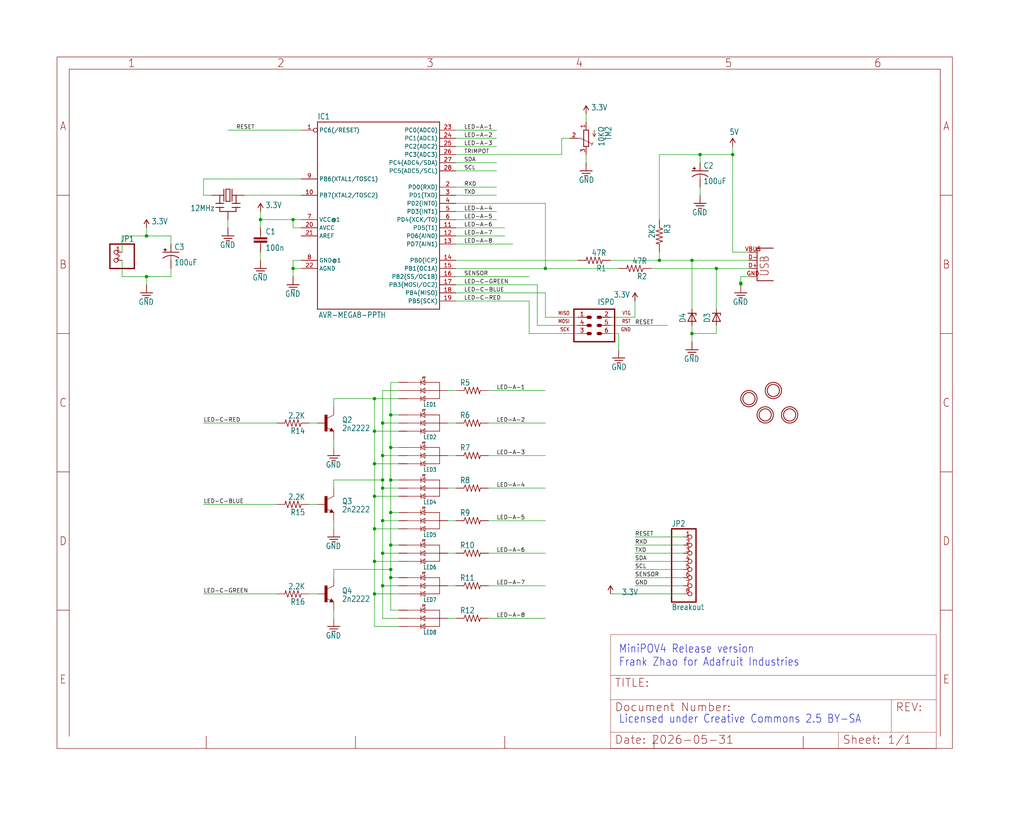
<source format=kicad_sch>
(kicad_sch (version 20230121) (generator eeschema)
  (paper "User" 319.507 254.127)
  (lib_symbols
    (symbol "working-eagle-import:3.3V" (power)
      (property "Value" "3.3V" (at -1.016 3.556 0))
      (symbol "3.3V_1_0"
        (pin power_in line (at 0 0 90) (length 2.54) (name "3.3V") (number "1"))
      )
    )
    (symbol "working-eagle-import:5V" (power)
      (property "Value" "5V" (at -1.016 3.556 0))
      (symbol "5V_1_0"
        (pin power_in line (at 0 0 90) (length 2.54) (name "5V") (number "1"))
      )
    )
    (symbol "working-eagle-import:AVR-ISP-6"
      (property "Reference" "JP" (at -6.35 6.35 0))
      (symbol "AVR-ISP-6_1_0"
        (text "GND" (at -11.43 -1.905 0) (effects (font (size 1.143 0.9715)) (justify left bottom)))
        (text "MISO" (at 7.62 3.175 0) (effects (font (size 1.143 0.9715)) (justify left bottom)))
        (text "MOSI" (at 7.62 0.635 0) (effects (font (size 1.143 0.9715)) (justify left bottom)))
        (text "RST" (at -11.43 0.635 0) (effects (font (size 1.143 0.9715)) (justify left bottom)))
        (text "SCK" (at 7.62 -1.905 0) (effects (font (size 1.143 0.9715)) (justify left bottom)))
        (text "VTG" (at -11.43 3.175 0) (effects (font (size 1.143 0.9715)) (justify left bottom)))
        (pin passive line (at 5.08 2.54 180) (length 2.54) (name "MISO") (number "1"))
        (pin passive line (at -5.08 2.54 0) (length 2.54) (name "VTG") (number "2"))
        (pin passive line (at 5.08 -2.54 180) (length 2.54) (name "SCK") (number "3"))
        (pin passive line (at 5.08 0 180) (length 2.54) (name "MOSI") (number "4"))
        (pin passive line (at -5.08 0 0) (length 2.54) (name "RST") (number "5"))
        (pin passive line (at -5.08 -2.54 0) (length 2.54) (name "GND") (number "6"))
      )
    )
    (symbol "working-eagle-import:AVR-MEGA8-PPTH"
      (property "Reference" "IC" (at -17.78 31.242 0))
      (symbol "AVR-MEGA8-PPTH_1_0"
        (pin bidirectional inverted (at -22.86 27.94 0) (length 5.08) (name "PC6(/RESET)") (number "1"))
        (pin bidirectional line (at -22.86 7.62 0) (length 5.08) (name "PB7(XTAL2/TOSC2)") (number "10"))
        (pin bidirectional line (at 25.4 -2.54 180) (length 5.08) (name "PD5(T1)") (number "11"))
        (pin bidirectional line (at 25.4 -5.08 180) (length 5.08) (name "PD6(AIN0)") (number "12"))
        (pin bidirectional line (at 25.4 -7.62 180) (length 5.08) (name "PD7(AIN1)") (number "13"))
        (pin bidirectional line (at 25.4 -12.7 180) (length 5.08) (name "PB0(ICP)") (number "14"))
        (pin bidirectional line (at 25.4 -15.24 180) (length 5.08) (name "PB1(OC1A)") (number "15"))
        (pin bidirectional line (at 25.4 -17.78 180) (length 5.08) (name "PB2(SS/OC1B)") (number "16"))
        (pin bidirectional line (at 25.4 -20.32 180) (length 5.08) (name "PB3(MOSI/OC2)") (number "17"))
        (pin bidirectional line (at 25.4 -22.86 180) (length 5.08) (name "PB4(MISO)") (number "18"))
        (pin bidirectional line (at 25.4 -25.4 180) (length 5.08) (name "PB5(SCK)") (number "19"))
        (pin bidirectional line (at 25.4 10.16 180) (length 5.08) (name "PD0(RXD)") (number "2"))
        (pin bidirectional line (at -22.86 -2.54 0) (length 5.08) (name "AVCC") (number "20"))
        (pin bidirectional line (at -22.86 -5.08 0) (length 5.08) (name "AREF") (number "21"))
        (pin bidirectional line (at -22.86 -15.24 0) (length 5.08) (name "AGND") (number "22"))
        (pin bidirectional line (at 25.4 27.94 180) (length 5.08) (name "PC0(ADC0)") (number "23"))
        (pin bidirectional line (at 25.4 25.4 180) (length 5.08) (name "PC1(ADC1)") (number "24"))
        (pin bidirectional line (at 25.4 22.86 180) (length 5.08) (name "PC2(ADC2)") (number "25"))
        (pin bidirectional line (at 25.4 20.32 180) (length 5.08) (name "PC3(ADC3)") (number "26"))
        (pin bidirectional line (at 25.4 17.78 180) (length 5.08) (name "PC4(ADC4/SDA)") (number "27"))
        (pin bidirectional line (at 25.4 15.24 180) (length 5.08) (name "PC5(ADC5/SCL)") (number "28"))
        (pin bidirectional line (at 25.4 7.62 180) (length 5.08) (name "PD1(TXD)") (number "3"))
        (pin bidirectional line (at 25.4 5.08 180) (length 5.08) (name "PD2(INT0)") (number "4"))
        (pin bidirectional line (at 25.4 2.54 180) (length 5.08) (name "PD3(INT1)") (number "5"))
        (pin bidirectional line (at 25.4 0 180) (length 5.08) (name "PD4(XCK/T0)") (number "6"))
        (pin bidirectional line (at -22.86 0 0) (length 5.08) (name "VCC@1") (number "7"))
        (pin bidirectional line (at -22.86 -12.7 0) (length 5.08) (name "GND@1") (number "8"))
        (pin bidirectional line (at -22.86 12.7 0) (length 5.08) (name "PB6(XTAL1/TOSC1)") (number "9"))
      )
    )
    (symbol "working-eagle-import:CAPPTH2"
      (property "Reference" "C" (at 1.524 2.921 0))
      (symbol "CAPPTH2_1_0"
        (pin passive line (at 0 5.08 270) (length 2.54) (name "1") (number "1"))
        (pin passive line (at 0 -2.54 90) (length 2.54) (name "2") (number "2"))
      )
    )
    (symbol "working-eagle-import:CERMOSCILL"
      (symbol "CERMOSCILL_1_0"
        (pin bidirectional line (at -5.08 5.08 0) (length 2.54) (name "IN") (number "1"))
        (pin bidirectional line (at 5.08 5.08 180) (length 2.54) (name "OUT") (number "2"))
        (pin bidirectional line (at 0 -2.54 90) (length 2.54) (name "GND") (number "G"))
      )
    )
    (symbol "working-eagle-import:CPOL-USE2.5-6"
      (property "Reference" "C" (at 1.016 0.635 0))
      (symbol "CPOL-USE2.5-6_1_0"
        (pin passive line (at 0 2.54 270) (length 2.54) (name "+") (number "+"))
        (pin passive line (at 0 -5.08 90) (length 2.54) (name "-") (number "-"))
      )
    )
    (symbol "working-eagle-import:FRAME_A_L"
      (symbol "FRAME_A_L_1_0"
        (text "1" (at 23.2833 213.995 0) (effects (font (size 2.54 2.286))))
        (text "2" (at 69.85 213.995 0) (effects (font (size 2.54 2.286))))
        (text "3" (at 116.4167 213.995 0) (effects (font (size 2.54 2.286))))
        (text "4" (at 162.9833 213.995 0) (effects (font (size 2.54 2.286))))
        (text "5" (at 209.55 213.995 0) (effects (font (size 2.54 2.286))))
        (text "6" (at 256.1167 213.995 0) (effects (font (size 2.54 2.286))))
        (text "A" (at 1.905 194.31 0) (effects (font (size 2.54 2.286))))
        (text "A" (at 277.495 194.31 0) (effects (font (size 2.54 2.286))))
        (text "B" (at 1.905 151.13 0) (effects (font (size 2.54 2.286))))
        (text "B" (at 277.495 151.13 0) (effects (font (size 2.54 2.286))))
        (text "C" (at 1.905 107.95 0) (effects (font (size 2.54 2.286))))
        (text "C" (at 277.495 107.95 0) (effects (font (size 2.54 2.286))))
        (text "D" (at 1.905 64.77 0) (effects (font (size 2.54 2.286))))
        (text "D" (at 277.495 64.77 0) (effects (font (size 2.54 2.286))))
        (text "E" (at 1.905 21.59 0) (effects (font (size 2.54 2.286))))
        (text "E" (at 277.495 21.59 0) (effects (font (size 2.54 2.286))))
      )
      (symbol "FRAME_A_L_2_0"
        (text "${#}/${##}" (at 86.36 1.27 0) (effects (font (size 2.54 2.54)) (justify left bottom)))
        (text "${CURRENT_DATE}" (at 12.7 1.27 0) (effects (font (size 2.54 2.54)) (justify left bottom)))
        (text "${PROJECTNAME}" (at 17.78 19.05 0) (effects (font (size 2.54 2.54)) (justify left bottom)))
        (text "Date:" (at 1.27 1.27 0) (effects (font (size 2.54 2.54)) (justify left bottom)))
        (text "Document Number:" (at 1.27 11.43 0) (effects (font (size 2.54 2.54)) (justify left bottom)))
        (text "REV:" (at 88.9 11.43 0) (effects (font (size 2.54 2.54)) (justify left bottom)))
        (text "Sheet:" (at 72.39 1.27 0) (effects (font (size 2.54 2.54)) (justify left bottom)))
        (text "TITLE:" (at 1.27 19.05 0) (effects (font (size 2.54 2.54)) (justify left bottom)))
      )
    )
    (symbol "working-eagle-import:GND" (power)
      (property "Value" "GND" (at -2.54 -3.81 0))
      (symbol "GND_1_0"
        (pin power_in line (at 0 2.54 270) (length 2.54) (name "GND") (number "1"))
      )
    )
    (symbol "working-eagle-import:HEADER-1X2"
      (property "Reference" "JP" (at -6.35 5.715 0))
      (symbol "HEADER-1X2_1_0"
        (pin passive inverted (at -2.54 2.54 0) (length 2.54) (name "1") (number "1"))
        (pin passive inverted (at -2.54 0 0) (length 2.54) (name "2") (number "2"))
      )
    )
    (symbol "working-eagle-import:LED-RGB-CA-PIRANHA"
      (property "Reference" "LED" (at 0 -5.08 0))
      (symbol "LED-RGB-CA-PIRANHA_1_0"
        (text "B" (at -0.127 -2.7178 0) (effects (font (size 0.381 0.3238)) (justify left bottom)))
        (text "G" (at -0.127 -0.1778 0) (effects (font (size 0.381 0.3238)) (justify left bottom)))
        (text "R" (at -0.1016 2.3622 0) (effects (font (size 0.381 0.3238)) (justify left bottom)))
        (pin bidirectional line (at -7.62 -2.54 0) (length 2.54) (name "B") (number "1"))
        (pin bidirectional line (at -7.62 2.54 0) (length 2.54) (name "R") (number "2"))
        (pin bidirectional line (at -7.62 0 0) (length 2.54) (name "G") (number "3"))
        (pin bidirectional line (at 7.62 0 180) (length 2.54) (name "C") (number "4"))
      )
    )
    (symbol "working-eagle-import:MOUNTINGHOLE2.5_THICK")
    (symbol "working-eagle-import:PINHD-1X8BIG"
      (property "Reference" "JP" (at -6.35 10.795 0))
      (symbol "PINHD-1X8BIG_1_0"
        (pin passive inverted (at -2.54 7.62 0) (length 2.54) (name "1") (number "1"))
        (pin passive inverted (at -2.54 5.08 0) (length 2.54) (name "2") (number "2"))
        (pin passive inverted (at -2.54 2.54 0) (length 2.54) (name "3") (number "3"))
        (pin passive inverted (at -2.54 0 0) (length 2.54) (name "4") (number "4"))
        (pin passive inverted (at -2.54 -2.54 0) (length 2.54) (name "5") (number "5"))
        (pin passive inverted (at -2.54 -5.08 0) (length 2.54) (name "6") (number "6"))
        (pin passive inverted (at -2.54 -7.62 0) (length 2.54) (name "7") (number "7"))
        (pin passive inverted (at -2.54 -10.16 0) (length 2.54) (name "8") (number "8"))
      )
    )
    (symbol "working-eagle-import:R-US_0207/9"
      (property "Reference" "R" (at -3.81 1.4986 0))
      (symbol "R-US_0207/9_1_0"
        (pin passive line (at -5.08 0 0) (length 2.54) (name "1") (number "1"))
        (pin passive line (at 5.08 0 180) (length 2.54) (name "2") (number "2"))
      )
    )
    (symbol "working-eagle-import:TRANSISTOR_NPNTO92"
      (property "Reference" "Q" (at 5.08 0 0))
      (symbol "TRANSISTOR_NPNTO92_1_0"
        (pin passive line (at 2.54 -5.08 90) (length 2.54) (name "E") (number "1"))
        (pin passive line (at -2.54 0 0) (length 2.54) (name "B") (number "2"))
        (pin passive line (at 2.54 5.08 270) (length 2.54) (name "C") (number "3"))
      )
    )
    (symbol "working-eagle-import:TRIMPOT3386"
      (property "Reference" "TM" (at -5.969 -3.81 90))
      (symbol "TRIMPOT3386_1_0"
        (pin passive line (at 0 -5.08 90) (length 2.54) (name "A") (number "1"))
        (pin passive line (at 5.08 0 180) (length 2.54) (name "S") (number "2"))
        (pin passive line (at 0 5.08 270) (length 2.54) (name "E") (number "3"))
      )
    )
    (symbol "working-eagle-import:USBPTH"
      (symbol "USBPTH_1_0"
        (text "USB" (at 3.81 0 900) (effects (font (size 2.54 2.159)) (justify left bottom)))
        (pin bidirectional line (at -2.54 2.54 0) (length 2.54) (name "D+") (number "D+"))
        (pin bidirectional line (at -2.54 5.08 0) (length 2.54) (name "D-") (number "D-"))
        (pin bidirectional line (at -2.54 0 0) (length 2.54) (name "GND") (number "GND"))
        (pin bidirectional line (at -2.54 7.62 0) (length 2.54) (name "VBUS") (number "VBUS"))
      )
      (symbol "USBPTH_2_0"
        (pin bidirectional line (at 0 0 0) (length 0) (name "P$1") (number "S1"))
      )
      (symbol "USBPTH_3_0"
        (pin bidirectional line (at 0 0 0) (length 0) (name "P$1") (number "S2"))
      )
    )
    (symbol "working-eagle-import:ZENER-DIODEDO34-7"
      (property "Reference" "D" (at -1.778 1.905 0))
      (symbol "ZENER-DIODEDO34-7_1_0"
        (pin passive line (at -2.54 0 0) (length 2.54) (name "A") (number "A"))
        (pin passive line (at 2.54 0 180) (length 2.54) (name "C") (number "C"))
      )
    )
  )
  (junction (at 119.38 142.24))
  (junction (at 231.14 88.646))
  (junction (at 81.28 68.58))
  (junction (at 121.92 170.18))
  (junction (at 121.92 160.02))
  (junction (at 119.38 162.56))
  (junction (at 121.92 129.54))
  (junction (at 91.44 83.82))
  (junction (at 231.14 88.392))
  (junction (at 116.84 124.46))
  (junction (at 119.38 182.88))
  (junction (at 205.74 81.28))
  (junction (at 119.38 132.08))
  (junction (at 215.9 81.28))
  (junction (at 116.84 134.62))
  (junction (at 119.38 152.4))
  (junction (at 121.92 177.8))
  (junction (at 45.72 86.36))
  (junction (at 116.84 144.78))
  (junction (at 121.92 139.7))
  (junction (at 45.72 73.66))
  (junction (at 116.84 185.42))
  (junction (at 116.84 165.1))
  (junction (at 218.44 48.26))
  (junction (at 119.38 149.86))
  (junction (at 121.92 180.34))
  (junction (at 116.84 175.26))
  (junction (at 119.38 172.72))
  (junction (at 121.92 149.86))
  (junction (at 228.6 48.26))
  (junction (at 223.52 83.82))
  (junction (at 116.84 154.94))
  (junction (at 91.44 68.58))
  (junction (at 215.9 104.14))
  (junction (at 170.18 83.82))
  (wire (pts (xy 213.36 185.42) (xy 190.5 185.42)) (stroke (width 0.1524)))
  (wire (pts (xy 104.14 177.8) (xy 121.92 177.8)) (stroke (width 0.1524)))
  (wire (pts (xy 45.72 88.9) (xy 45.72 86.36)) (stroke (width 0.1524)))
  (wire (pts (xy 119.38 172.72) (xy 119.38 162.56)) (stroke (width 0.1524)))
  (wire (pts (xy 124.46 172.72) (xy 119.38 172.72)) (stroke (width 0.1524)))
  (wire (pts (xy 218.44 50.8) (xy 218.44 48.26)) (stroke (width 0.1524)))
  (wire (pts (xy 124.46 149.86) (xy 121.92 149.86)) (stroke (width 0.1524)))
  (wire (pts (xy 45.72 71.12) (xy 45.72 73.66)) (stroke (width 0.1524)))
  (wire (pts (xy 152.4 172.72) (xy 170.18 172.72)) (stroke (width 0.1524)))
  (wire (pts (xy 205.74 81.28) (xy 190.5 81.28)) (stroke (width 0.1524)))
  (wire (pts (xy 124.46 142.24) (xy 119.38 142.24)) (stroke (width 0.1524)))
  (wire (pts (xy 142.24 58.42) (xy 154.94 58.42)) (stroke (width 0.1524)))
  (wire (pts (xy 96.52 157.48) (xy 99.06 157.48)) (stroke (width 0.1524)))
  (wire (pts (xy 152.4 162.56) (xy 170.18 162.56)) (stroke (width 0.1524)))
  (wire (pts (xy 124.46 154.94) (xy 116.84 154.94)) (stroke (width 0.1524)))
  (wire (pts (xy 228.6 48.26) (xy 228.6 45.72)) (stroke (width 0.1524)))
  (wire (pts (xy 119.38 152.4) (xy 119.38 149.86)) (stroke (width 0.1524)))
  (wire (pts (xy 190.5 101.6) (xy 208.28 101.6)) (stroke (width 0.1524)))
  (wire (pts (xy 142.24 63.5) (xy 170.18 63.5)) (stroke (width 0.1524)))
  (wire (pts (xy 142.24 91.44) (xy 170.18 91.44)) (stroke (width 0.1524)))
  (wire (pts (xy 124.46 152.4) (xy 119.38 152.4)) (stroke (width 0.1524)))
  (wire (pts (xy 190.5 104.14) (xy 193.04 104.14)) (stroke (width 0.1524)))
  (wire (pts (xy 142.24 76.2) (xy 160.02 76.2)) (stroke (width 0.1524)))
  (wire (pts (xy 116.84 175.26) (xy 116.84 165.1)) (stroke (width 0.1524)))
  (wire (pts (xy 86.36 157.48) (xy 63.5 157.48)) (stroke (width 0.1524)))
  (wire (pts (xy 231.14 88.392) (xy 231.14 88.646)) (stroke (width 0.1524)))
  (wire (pts (xy 86.36 185.42) (xy 63.5 185.42)) (stroke (width 0.1524)))
  (wire (pts (xy 213.36 172.72) (xy 198.12 172.72)) (stroke (width 0.1524)))
  (wire (pts (xy 223.52 104.14) (xy 215.9 104.14)) (stroke (width 0.1524)))
  (wire (pts (xy 205.74 78.74) (xy 205.74 81.28)) (stroke (width 0.1524)))
  (wire (pts (xy 231.14 86.36) (xy 231.14 88.392)) (stroke (width 0.1524)))
  (wire (pts (xy 193.04 104.14) (xy 193.04 109.22)) (stroke (width 0.1524)))
  (wire (pts (xy 121.92 139.7) (xy 121.92 129.54)) (stroke (width 0.1524)))
  (wire (pts (xy 121.92 149.86) (xy 121.92 139.7)) (stroke (width 0.1524)))
  (wire (pts (xy 124.46 170.18) (xy 121.92 170.18)) (stroke (width 0.1524)))
  (wire (pts (xy 93.98 55.88) (xy 63.5 55.88)) (stroke (width 0.1524)))
  (wire (pts (xy 142.24 48.26) (xy 175.26 48.26)) (stroke (width 0.1524)))
  (wire (pts (xy 228.6 78.74) (xy 228.6 48.26)) (stroke (width 0.1524)))
  (wire (pts (xy 205.74 68.58) (xy 205.74 48.26)) (stroke (width 0.1524)))
  (wire (pts (xy 142.24 68.58) (xy 154.94 68.58)) (stroke (width 0.1524)))
  (wire (pts (xy 213.36 170.18) (xy 198.12 170.18)) (stroke (width 0.1524)))
  (wire (pts (xy 124.46 175.26) (xy 116.84 175.26)) (stroke (width 0.1524)))
  (wire (pts (xy 38.1 86.36) (xy 45.72 86.36)) (stroke (width 0.1524)))
  (wire (pts (xy 91.44 71.12) (xy 91.44 68.58)) (stroke (width 0.1524)))
  (wire (pts (xy 121.92 170.18) (xy 121.92 160.02)) (stroke (width 0.1524)))
  (wire (pts (xy 121.92 160.02) (xy 121.92 149.86)) (stroke (width 0.1524)))
  (wire (pts (xy 231.14 88.646) (xy 231.14 88.9)) (stroke (width 0.1524)))
  (wire (pts (xy 223.52 96.52) (xy 223.52 83.82)) (stroke (width 0.1524)))
  (wire (pts (xy 124.46 182.88) (xy 119.38 182.88)) (stroke (width 0.1524)))
  (wire (pts (xy 152.4 132.08) (xy 170.18 132.08)) (stroke (width 0.1524)))
  (wire (pts (xy 142.24 73.66) (xy 157.48 73.66)) (stroke (width 0.1524)))
  (wire (pts (xy 91.44 83.82) (xy 91.44 86.36)) (stroke (width 0.1524)))
  (wire (pts (xy 81.28 68.58) (xy 81.28 66.04)) (stroke (width 0.1524)))
  (wire (pts (xy 233.68 83.82) (xy 223.52 83.82)) (stroke (width 0.1524)))
  (wire (pts (xy 142.24 50.8) (xy 154.94 50.8)) (stroke (width 0.1524)))
  (wire (pts (xy 142.24 66.04) (xy 154.94 66.04)) (stroke (width 0.1524)))
  (wire (pts (xy 91.44 81.28) (xy 91.44 83.82)) (stroke (width 0.1524)))
  (wire (pts (xy 139.7 172.72) (xy 142.24 172.72)) (stroke (width 0.1524)))
  (wire (pts (xy 139.7 193.04) (xy 142.24 193.04)) (stroke (width 0.1524)))
  (wire (pts (xy 198.12 99.06) (xy 198.12 93.98)) (stroke (width 0.1524)))
  (wire (pts (xy 124.46 193.04) (xy 119.38 193.04)) (stroke (width 0.1524)))
  (wire (pts (xy 93.98 68.58) (xy 91.44 68.58)) (stroke (width 0.1524)))
  (wire (pts (xy 124.46 121.92) (xy 119.38 121.92)) (stroke (width 0.1524)))
  (wire (pts (xy 121.92 177.8) (xy 121.92 170.18)) (stroke (width 0.1524)))
  (wire (pts (xy 124.46 132.08) (xy 119.38 132.08)) (stroke (width 0.1524)))
  (wire (pts (xy 170.18 99.06) (xy 170.18 91.44)) (stroke (width 0.1524)))
  (wire (pts (xy 124.46 129.54) (xy 121.92 129.54)) (stroke (width 0.1524)))
  (wire (pts (xy 215.9 104.14) (xy 215.9 106.68)) (stroke (width 0.1524)))
  (wire (pts (xy 142.24 40.64) (xy 154.94 40.64)) (stroke (width 0.1524)))
  (wire (pts (xy 104.14 180.34) (xy 104.14 177.8)) (stroke (width 0.1524)))
  (wire (pts (xy 104.14 124.46) (xy 116.84 124.46)) (stroke (width 0.1524)))
  (wire (pts (xy 104.14 152.4) (xy 104.14 149.86)) (stroke (width 0.1524)))
  (wire (pts (xy 198.12 180.34) (xy 213.36 180.34)) (stroke (width 0.1524)))
  (wire (pts (xy 142.24 53.34) (xy 154.94 53.34)) (stroke (width 0.1524)))
  (wire (pts (xy 38.1 81.28) (xy 38.1 86.36)) (stroke (width 0.1524)))
  (wire (pts (xy 165.1 104.14) (xy 165.1 93.98)) (stroke (width 0.1524)))
  (wire (pts (xy 180.34 101.6) (xy 167.64 101.6)) (stroke (width 0.1524)))
  (wire (pts (xy 124.46 139.7) (xy 121.92 139.7)) (stroke (width 0.1524)))
  (wire (pts (xy 213.36 167.64) (xy 198.12 167.64)) (stroke (width 0.1524)))
  (wire (pts (xy 233.68 81.28) (xy 215.9 81.28)) (stroke (width 0.1524)))
  (wire (pts (xy 45.72 86.36) (xy 53.34 86.36)) (stroke (width 0.1524)))
  (wire (pts (xy 142.24 43.18) (xy 154.94 43.18)) (stroke (width 0.1524)))
  (wire (pts (xy 116.84 134.62) (xy 116.84 124.46)) (stroke (width 0.1524)))
  (wire (pts (xy 96.52 185.42) (xy 99.06 185.42)) (stroke (width 0.1524)))
  (wire (pts (xy 124.46 195.58) (xy 116.84 195.58)) (stroke (width 0.1524)))
  (wire (pts (xy 170.18 63.5) (xy 170.18 83.82)) (stroke (width 0.1524)))
  (wire (pts (xy 152.4 142.24) (xy 170.18 142.24)) (stroke (width 0.1524)))
  (wire (pts (xy 142.24 45.72) (xy 154.94 45.72)) (stroke (width 0.1524)))
  (wire (pts (xy 142.24 86.36) (xy 165.1 86.36)) (stroke (width 0.1524)))
  (wire (pts (xy 124.46 144.78) (xy 116.84 144.78)) (stroke (width 0.1524)))
  (wire (pts (xy 76.2 60.96) (xy 93.98 60.96)) (stroke (width 0.1524)))
  (wire (pts (xy 121.92 180.34) (xy 121.92 177.8)) (stroke (width 0.1524)))
  (wire (pts (xy 152.4 182.88) (xy 170.18 182.88)) (stroke (width 0.1524)))
  (wire (pts (xy 139.7 121.92) (xy 142.24 121.92)) (stroke (width 0.1524)))
  (wire (pts (xy 93.98 71.12) (xy 91.44 71.12)) (stroke (width 0.1524)))
  (wire (pts (xy 175.26 43.18) (xy 177.8 43.18)) (stroke (width 0.1524)))
  (wire (pts (xy 170.18 83.82) (xy 193.04 83.82)) (stroke (width 0.1524)))
  (wire (pts (xy 139.7 132.08) (xy 142.24 132.08)) (stroke (width 0.1524)))
  (wire (pts (xy 139.7 162.56) (xy 142.24 162.56)) (stroke (width 0.1524)))
  (wire (pts (xy 218.44 60.96) (xy 218.44 58.42)) (stroke (width 0.1524)))
  (wire (pts (xy 215.9 101.6) (xy 215.9 104.14)) (stroke (width 0.1524)))
  (wire (pts (xy 124.46 162.56) (xy 119.38 162.56)) (stroke (width 0.1524)))
  (wire (pts (xy 205.74 48.26) (xy 218.44 48.26)) (stroke (width 0.1524)))
  (wire (pts (xy 213.36 177.8) (xy 198.12 177.8)) (stroke (width 0.1524)))
  (wire (pts (xy 38.1 73.66) (xy 38.1 78.74)) (stroke (width 0.1524)))
  (wire (pts (xy 215.9 81.28) (xy 205.74 81.28)) (stroke (width 0.1524)))
  (wire (pts (xy 215.9 96.52) (xy 215.9 81.28)) (stroke (width 0.1524)))
  (wire (pts (xy 139.7 182.88) (xy 142.24 182.88)) (stroke (width 0.1524)))
  (wire (pts (xy 124.46 180.34) (xy 121.92 180.34)) (stroke (width 0.1524)))
  (wire (pts (xy 180.34 99.06) (xy 170.18 99.06)) (stroke (width 0.1524)))
  (wire (pts (xy 116.84 195.58) (xy 116.84 185.42)) (stroke (width 0.1524)))
  (wire (pts (xy 119.38 193.04) (xy 119.38 182.88)) (stroke (width 0.1524)))
  (wire (pts (xy 71.12 71.12) (xy 71.12 68.58)) (stroke (width 0.1524)))
  (wire (pts (xy 81.28 81.28) (xy 81.28 78.74)) (stroke (width 0.1524)))
  (wire (pts (xy 182.88 38.1) (xy 182.88 35.56)) (stroke (width 0.1524)))
  (wire (pts (xy 116.84 165.1) (xy 116.84 154.94)) (stroke (width 0.1524)))
  (wire (pts (xy 119.38 142.24) (xy 119.38 132.08)) (stroke (width 0.1524)))
  (wire (pts (xy 96.52 132.08) (xy 99.06 132.08)) (stroke (width 0.1524)))
  (wire (pts (xy 119.38 182.88) (xy 119.38 172.72)) (stroke (width 0.1524)))
  (wire (pts (xy 124.46 160.02) (xy 121.92 160.02)) (stroke (width 0.1524)))
  (wire (pts (xy 91.44 68.58) (xy 81.28 68.58)) (stroke (width 0.1524)))
  (wire (pts (xy 142.24 60.96) (xy 154.94 60.96)) (stroke (width 0.1524)))
  (wire (pts (xy 86.36 132.08) (xy 63.5 132.08)) (stroke (width 0.1524)))
  (wire (pts (xy 124.46 165.1) (xy 116.84 165.1)) (stroke (width 0.1524)))
  (wire (pts (xy 142.24 88.9) (xy 167.64 88.9)) (stroke (width 0.1524)))
  (wire (pts (xy 93.98 83.82) (xy 91.44 83.82)) (stroke (width 0.1524)))
  (wire (pts (xy 38.1 73.66) (xy 45.72 73.66)) (stroke (width 0.1524)))
  (wire (pts (xy 218.44 48.26) (xy 228.6 48.26)) (stroke (width 0.1524)))
  (wire (pts (xy 223.52 101.6) (xy 223.52 104.14)) (stroke (width 0.1524)))
  (wire (pts (xy 124.46 185.42) (xy 116.84 185.42)) (stroke (width 0.1524)))
  (wire (pts (xy 233.68 78.74) (xy 228.6 78.74)) (stroke (width 0.1524)))
  (wire (pts (xy 53.34 86.36) (xy 53.34 83.82)) (stroke (width 0.1524)))
  (wire (pts (xy 180.34 81.28) (xy 142.24 81.28)) (stroke (width 0.1524)))
  (wire (pts (xy 104.14 149.86) (xy 119.38 149.86)) (stroke (width 0.1524)))
  (wire (pts (xy 142.24 93.98) (xy 165.1 93.98)) (stroke (width 0.1524)))
  (wire (pts (xy 63.5 60.96) (xy 66.04 60.96)) (stroke (width 0.1524)))
  (wire (pts (xy 213.36 182.88) (xy 198.12 182.88)) (stroke (width 0.1524)))
  (wire (pts (xy 116.84 185.42) (xy 116.84 175.26)) (stroke (width 0.1524)))
  (wire (pts (xy 53.34 73.66) (xy 53.34 76.2)) (stroke (width 0.1524)))
  (wire (pts (xy 63.5 55.88) (xy 63.5 60.96)) (stroke (width 0.1524)))
  (wire (pts (xy 152.4 193.04) (xy 170.18 193.04)) (stroke (width 0.1524)))
  (wire (pts (xy 124.46 124.46) (xy 116.84 124.46)) (stroke (width 0.1524)))
  (wire (pts (xy 93.98 81.28) (xy 91.44 81.28)) (stroke (width 0.1524)))
  (wire (pts (xy 124.46 119.38) (xy 121.92 119.38)) (stroke (width 0.1524)))
  (wire (pts (xy 121.92 129.54) (xy 121.92 119.38)) (stroke (width 0.1524)))
  (wire (pts (xy 45.72 73.66) (xy 53.34 73.66)) (stroke (width 0.1524)))
  (wire (pts (xy 175.26 48.26) (xy 175.26 43.18)) (stroke (width 0.1524)))
  (wire (pts (xy 104.14 127) (xy 104.14 124.46)) (stroke (width 0.1524)))
  (wire (pts (xy 124.46 190.5) (xy 121.92 190.5)) (stroke (width 0.1524)))
  (wire (pts (xy 104.14 190.5) (xy 104.14 193.04)) (stroke (width 0.1524)))
  (wire (pts (xy 119.38 149.86) (xy 119.38 142.24)) (stroke (width 0.1524)))
  (wire (pts (xy 152.4 121.92) (xy 170.18 121.92)) (stroke (width 0.1524)))
  (wire (pts (xy 167.64 101.6) (xy 167.64 88.9)) (stroke (width 0.1524)))
  (wire (pts (xy 203.2 83.82) (xy 223.52 83.82)) (stroke (width 0.1524)))
  (wire (pts (xy 116.84 154.94) (xy 116.84 144.78)) (stroke (width 0.1524)))
  (wire (pts (xy 139.7 152.4) (xy 142.24 152.4)) (stroke (width 0.1524)))
  (wire (pts (xy 139.7 142.24) (xy 142.24 142.24)) (stroke (width 0.1524)))
  (wire (pts (xy 233.68 86.36) (xy 231.14 86.36)) (stroke (width 0.1524)))
  (wire (pts (xy 170.18 83.82) (xy 142.24 83.82)) (stroke (width 0.1524)))
  (wire (pts (xy 119.38 132.08) (xy 119.38 121.92)) (stroke (width 0.1524)))
  (wire (pts (xy 121.92 190.5) (xy 121.92 180.34)) (stroke (width 0.1524)))
  (wire (pts (xy 104.14 162.56) (xy 104.14 165.1)) (stroke (width 0.1524)))
  (wire (pts (xy 152.4 152.4) (xy 170.18 152.4)) (stroke (width 0.1524)))
  (wire (pts (xy 180.34 104.14) (xy 165.1 104.14)) (stroke (width 0.1524)))
  (wire (pts (xy 198.12 175.26) (xy 213.36 175.26)) (stroke (width 0.1524)))
  (wire (pts (xy 119.38 162.56) (xy 119.38 152.4)) (stroke (width 0.1524)))
  (wire (pts (xy 142.24 71.12) (xy 157.48 71.12)) (stroke (width 0.1524)))
  (wire (pts (xy 104.14 137.16) (xy 104.14 139.7)) (stroke (width 0.1524)))
  (wire (pts (xy 190.5 99.06) (xy 198.12 99.06)) (stroke (width 0.1524)))
  (wire (pts (xy 93.98 40.64) (xy 71.12 40.64)) (stroke (width 0.1524)))
  (wire (pts (xy 116.84 144.78) (xy 116.84 134.62)) (stroke (width 0.1524)))
  (wire (pts (xy 81.28 68.58) (xy 81.28 71.12)) (stroke (width 0.1524)))
  (wire (pts (xy 124.46 134.62) (xy 116.84 134.62)) (stroke (width 0.1524)))
  (wire (pts (xy 182.88 48.26) (xy 182.88 50.8)) (stroke (width 0.1524)))
  (text "MiniPOV4 Release version\nFrank Zhao for Adafruit Industries" (at 193.04 208.28 0) (effects (font (size 2.54 2.159)) (justify left bottom)))
  (text "Licensed under Creative Commons 2.5 BY-SA" (at 193.04 226.06 0) (effects (font (size 2.54 2.159)) (justify left bottom)))
  (label "LED-A-8" (at 154.94 193.04 0) (effects (font (size 1.2446 1.2446))))
  (label "TRIMPOT" (at 144.78 48.26 0) (effects (font (size 1.2446 1.2446))))
  (label "LED-A-5" (at 144.78 68.58 0) (effects (font (size 1.2446 1.2446))))
  (label "SCL" (at 198.12 177.8 0) (effects (font (size 1.2446 1.2446))))
  (label "LED-A-1" (at 154.94 121.92 0) (effects (font (size 1.2446 1.2446))))
  (label "SCL" (at 144.78 53.34 0) (effects (font (size 1.2446 1.2446))))
  (label "LED-C-RED" (at 144.78 93.98 0) (effects (font (size 1.2446 1.2446))))
  (label "RXD" (at 198.12 170.18 0) (effects (font (size 1.2446 1.2446))))
  (label "LED-A-6" (at 154.94 172.72 0) (effects (font (size 1.2446 1.2446))))
  (label "SDA" (at 144.78 50.8 0) (effects (font (size 1.2446 1.2446))))
  (label "LED-A-5" (at 154.94 162.56 0) (effects (font (size 1.2446 1.2446))))
  (label "SDA" (at 198.12 175.26 0) (effects (font (size 1.2446 1.2446))))
  (label "LED-C-BLUE" (at 63.5 157.48 0) (effects (font (size 1.2446 1.2446))))
  (label "LED-A-6" (at 144.78 71.12 0) (effects (font (size 1.2446 1.2446))))
  (label "LED-C-BLUE" (at 144.78 91.44 0) (effects (font (size 1.2446 1.2446))))
  (label "LED-A-3" (at 144.78 45.72 0) (effects (font (size 1.2446 1.2446))))
  (label "LED-A-3" (at 154.94 142.24 0) (effects (font (size 1.2446 1.2446))))
  (label "LED-A-1" (at 144.78 40.64 0) (effects (font (size 1.2446 1.2446))))
  (label "SENSOR" (at 144.78 86.36 0) (effects (font (size 1.2446 1.2446))))
  (label "LED-C-GREEN" (at 63.5 185.42 0) (effects (font (size 1.2446 1.2446))))
  (label "SENSOR" (at 198.12 180.34 0) (effects (font (size 1.2446 1.2446))))
  (label "GND" (at 198.12 182.88 0) (effects (font (size 1.2446 1.2446))))
  (label "LED-C-RED" (at 63.5 132.08 0) (effects (font (size 1.2446 1.2446))))
  (label "RESET" (at 73.66 40.64 0) (effects (font (size 1.2446 1.2446))))
  (label "LED-C-GREEN" (at 144.78 88.9 0) (effects (font (size 1.2446 1.2446))))
  (label "RESET" (at 198.12 101.6 0) (effects (font (size 1.2446 1.2446))))
  (label "TXD" (at 198.12 172.72 0) (effects (font (size 1.2446 1.2446))))
  (label "LED-A-7" (at 154.94 182.88 0) (effects (font (size 1.2446 1.2446))))
  (label "LED-A-8" (at 144.78 76.2 0) (effects (font (size 1.2446 1.2446))))
  (label "LED-A-2" (at 144.78 43.18 0) (effects (font (size 1.2446 1.2446))))
  (label "LED-A-2" (at 154.94 132.08 0) (effects (font (size 1.2446 1.2446))))
  (label "TXD" (at 144.78 60.96 0) (effects (font (size 1.2446 1.2446))))
  (label "LED-A-7" (at 144.78 73.66 0) (effects (font (size 1.2446 1.2446))))
  (label "RESET" (at 198.12 167.64 0) (effects (font (size 1.2446 1.2446))))
  (label "LED-A-4" (at 144.78 66.04 0) (effects (font (size 1.2446 1.2446))))
  (label "LED-A-4" (at 154.94 152.4 0) (effects (font (size 1.2446 1.2446))))
  (label "RXD" (at 144.78 58.42 0) (effects (font (size 1.2446 1.2446))))
  (symbol (lib_id "working-eagle-import:CAPPTH2") (at 81.28 76.2 0) (unit 1)
    (property "Reference" "C1" (at 82.804 73.279 0) (effects (font (size 1.778 1.5113)) (justify left bottom)))
    (property "Value" "100n" (at 82.804 78.359 0) (effects (font (size 1.778 1.5113)) (justify left bottom)))
    (property "Footprint" "working:CAP-PTH-SMALL2" (effects hide))
  )
  (symbol (lib_id "working-eagle-import:LED-RGB-CA-PIRANHA") (at 132.08 132.08 0) (unit 1)
    (property "Reference" "LED2" (at 132.08 137.16 0) (effects (font (size 1.27 1.0795)) (justify left bottom)))
    (property "Value" "LED-RGB-CA-PIRANHA" (effects hide))
    (property "Footprint" "working:PIRANHA5MM" (effects hide))
  )
  (symbol (lib_id "working-eagle-import:LED-RGB-CA-PIRANHA") (at 132.08 152.4 0) (unit 1)
    (property "Reference" "LED4" (at 132.08 157.48 0) (effects (font (size 1.27 1.0795)) (justify left bottom)))
    (property "Value" "LED-RGB-CA-PIRANHA" (effects hide))
    (property "Footprint" "working:PIRANHA5MM" (effects hide))
  )
  (symbol (lib_id "working-eagle-import:LED-RGB-CA-PIRANHA") (at 132.08 162.56 0) (unit 1)
    (property "Reference" "LED5" (at 132.08 167.64 0) (effects (font (size 1.27 1.0795)) (justify left bottom)))
    (property "Value" "LED-RGB-CA-PIRANHA" (effects hide))
    (property "Footprint" "working:PIRANHA5MM" (effects hide))
  )
  (symbol (lib_id "working-eagle-import:AVR-MEGA8-PPTH") (at 116.84 68.58 0) (unit 1)
    (property "Reference" "IC1" (at 99.06 37.338 0) (effects (font (size 1.778 1.5113)) (justify left bottom)))
    (property "Value" "AVR-MEGA8-PPTH" (at 99.314 99.314 0) (effects (font (size 1.778 1.5113)) (justify left bottom)))
    (property "Footprint" "working:DIL28-3" (effects hide))
  )
  (symbol (lib_id "working-eagle-import:R-US_0207/9") (at 147.32 121.92 0) (unit 1)
    (property "Reference" "R5" (at 143.51 120.4214 0) (effects (font (size 1.778 1.5113)) (justify left bottom)))
    (property "Value" "R-US_0207/9" (effects hide))
    (property "Footprint" "working:0207_9" (effects hide))
  )
  (symbol (lib_id "working-eagle-import:FRAME_A_L") (at 190.5 233.68 0) (unit 2)
    (property "Reference" "#FRAME1" (effects hide))
    (property "Value" "FRAME_A_L" (effects hide))
  )
  (symbol (lib_id "working-eagle-import:R-US_0207/9") (at 147.32 142.24 0) (unit 1)
    (property "Reference" "R7" (at 143.51 140.7414 0) (effects (font (size 1.778 1.5113)) (justify left bottom)))
    (property "Value" "R-US_0207/9" (effects hide))
    (property "Footprint" "working:0207_9" (effects hide))
  )
  (symbol (lib_id "working-eagle-import:3.3V") (at 45.72 71.12 0) (unit 1)
    (property "Reference" "#P+3" (effects hide))
    (property "Value" "3.3V" (at 47.244 70.104 0) (effects (font (size 1.778 1.5113)) (justify left bottom)))
  )
  (symbol (lib_id "working-eagle-import:LED-RGB-CA-PIRANHA") (at 132.08 182.88 0) (unit 1)
    (property "Reference" "LED7" (at 132.08 187.96 0) (effects (font (size 1.27 1.0795)) (justify left bottom)))
    (property "Value" "LED-RGB-CA-PIRANHA" (effects hide))
    (property "Footprint" "working:PIRANHA5MM" (effects hide))
  )
  (symbol (lib_id "working-eagle-import:TRIMPOT3386") (at 182.88 43.18 180) (unit 1)
    (property "Reference" "TM2" (at 188.849 39.37 90) (effects (font (size 1.778 1.5113)) (justify left bottom)))
    (property "Value" "10KΩ" (at 186.69 39.37 90) (effects (font (size 1.778 1.5113)) (justify left bottom)))
    (property "Footprint" "working:TRIM-3386" (effects hide))
  )
  (symbol (lib_id "working-eagle-import:3.3V") (at 198.12 93.98 0) (mirror y) (unit 1)
    (property "Reference" "#P+2" (effects hide))
    (property "Value" "3.3V" (at 196.596 92.964 0) (effects (font (size 1.778 1.5113)) (justify left bottom)))
  )
  (symbol (lib_id "working-eagle-import:CERMOSCILL") (at 71.12 66.04 0) (unit 1)
    (property "Reference" "Q1" (effects hide))
    (property "Value" "12MHz" (at 67.056 64.008 0) (effects (font (size 1.778 1.5113)) (justify right top)))
    (property "Footprint" "working:CERM_OSC" (effects hide))
  )
  (symbol (lib_id "working-eagle-import:GND") (at 71.12 73.66 0) (unit 1)
    (property "Reference" "#GND1" (effects hide))
    (property "Value" "GND" (at 68.58 77.47 0) (effects (font (size 1.778 1.5113)) (justify left bottom)))
  )
  (symbol (lib_id "working-eagle-import:ZENER-DIODEDO34-7") (at 215.9 99.06 90) (unit 1)
    (property "Reference" "D4" (at 213.995 100.838 0) (effects (font (size 1.778 1.5113)) (justify left bottom)))
    (property "Value" "ZENER-DIODEDO34-7" (effects hide))
    (property "Footprint" "working:DO34Z7" (effects hide))
  )
  (symbol (lib_id "working-eagle-import:R-US_0207/9") (at 91.44 185.42 180) (unit 1)
    (property "Reference" "R16" (at 95.25 186.9186 0) (effects (font (size 1.778 1.5113)) (justify left bottom)))
    (property "Value" "2.2K" (at 95.25 182.118 0) (effects (font (size 1.778 1.5113)) (justify left bottom)))
    (property "Footprint" "working:0207_9" (effects hide))
  )
  (symbol (lib_id "working-eagle-import:TRANSISTOR_NPNTO92") (at 101.6 132.08 0) (unit 1)
    (property "Reference" "Q2" (at 106.68 132.08 0) (effects (font (size 1.778 1.5113)) (justify left bottom)))
    (property "Value" "2n2222" (at 106.68 134.62 0) (effects (font (size 1.778 1.5113)) (justify left bottom)))
    (property "Footprint" "working:TO-92" (effects hide))
  )
  (symbol (lib_id "working-eagle-import:R-US_0207/9") (at 91.44 157.48 180) (unit 1)
    (property "Reference" "R15" (at 95.25 158.9786 0) (effects (font (size 1.778 1.5113)) (justify left bottom)))
    (property "Value" "2.2K" (at 95.25 154.178 0) (effects (font (size 1.778 1.5113)) (justify left bottom)))
    (property "Footprint" "working:0207_9" (effects hide))
  )
  (symbol (lib_id "working-eagle-import:GND") (at 182.88 53.34 0) (mirror y) (unit 1)
    (property "Reference" "#GND3" (effects hide))
    (property "Value" "GND" (at 185.42 57.15 0) (effects (font (size 1.778 1.5113)) (justify left bottom)))
  )
  (symbol (lib_id "working-eagle-import:TRANSISTOR_NPNTO92") (at 101.6 157.48 0) (unit 1)
    (property "Reference" "Q3" (at 106.68 157.48 0) (effects (font (size 1.778 1.5113)) (justify left bottom)))
    (property "Value" "2n2222" (at 106.68 160.02 0) (effects (font (size 1.778 1.5113)) (justify left bottom)))
    (property "Footprint" "working:TO-92" (effects hide))
  )
  (symbol (lib_id "working-eagle-import:GND") (at 231.14 91.44 0) (unit 1)
    (property "Reference" "#GND4" (effects hide))
    (property "Value" "GND" (at 228.6 95.25 0) (effects (font (size 1.778 1.5113)) (justify left bottom)))
  )
  (symbol (lib_id "working-eagle-import:R-US_0207/9") (at 147.32 132.08 0) (unit 1)
    (property "Reference" "R6" (at 143.51 130.5814 0) (effects (font (size 1.778 1.5113)) (justify left bottom)))
    (property "Value" "R-US_0207/9" (effects hide))
    (property "Footprint" "working:0207_9" (effects hide))
  )
  (symbol (lib_id "working-eagle-import:USBPTH") (at 231.14 88.392 0) (unit 3)
    (property "Reference" "USB0" (effects hide))
    (property "Value" "USBPTH" (effects hide))
    (property "Footprint" "working:USB-B-PTH" (effects hide))
  )
  (symbol (lib_id "working-eagle-import:GND") (at 91.44 88.9 0) (unit 1)
    (property "Reference" "#GND2" (effects hide))
    (property "Value" "GND" (at 88.9 92.71 0) (effects (font (size 1.778 1.5113)) (justify left bottom)))
  )
  (symbol (lib_id "working-eagle-import:R-US_0207/9") (at 147.32 193.04 0) (unit 1)
    (property "Reference" "R12" (at 143.51 191.5414 0) (effects (font (size 1.778 1.5113)) (justify left bottom)))
    (property "Value" "R-US_0207/9" (effects hide))
    (property "Footprint" "working:0207_9" (effects hide))
  )
  (symbol (lib_id "working-eagle-import:GND") (at 215.9 109.22 0) (unit 1)
    (property "Reference" "#GND5" (effects hide))
    (property "Value" "GND" (at 213.36 113.03 0) (effects (font (size 1.778 1.5113)) (justify left bottom)))
  )
  (symbol (lib_id "working-eagle-import:GND") (at 104.14 167.64 0) (unit 1)
    (property "Reference" "#GND9" (effects hide))
    (property "Value" "GND" (at 101.6 171.45 0) (effects (font (size 1.778 1.5113)) (justify left bottom)))
  )
  (symbol (lib_id "working-eagle-import:USBPTH") (at 236.22 86.36 0) (unit 1)
    (property "Reference" "USB0" (effects hide))
    (property "Value" "USBPTH" (effects hide))
    (property "Footprint" "working:USB-B-PTH" (effects hide))
  )
  (symbol (lib_id "working-eagle-import:USBPTH") (at 231.14 88.646 0) (unit 2)
    (property "Reference" "USB0" (effects hide))
    (property "Value" "USBPTH" (effects hide))
    (property "Footprint" "working:USB-B-PTH" (effects hide))
  )
  (symbol (lib_id "working-eagle-import:LED-RGB-CA-PIRANHA") (at 132.08 172.72 0) (unit 1)
    (property "Reference" "LED6" (at 132.08 177.8 0) (effects (font (size 1.27 1.0795)) (justify left bottom)))
    (property "Value" "LED-RGB-CA-PIRANHA" (effects hide))
    (property "Footprint" "working:PIRANHA5MM" (effects hide))
  )
  (symbol (lib_id "working-eagle-import:AVR-ISP-6") (at 185.42 101.6 0) (mirror y) (unit 1)
    (property "Reference" "ISP0" (at 191.77 95.25 0) (effects (font (size 1.778 1.5113)) (justify left bottom)))
    (property "Value" "AVR-ISP-6" (effects hide))
    (property "Footprint" "working:AVR-ISP-6" (effects hide))
  )
  (symbol (lib_id "working-eagle-import:GND") (at 45.72 91.44 0) (unit 1)
    (property "Reference" "#GND12" (effects hide))
    (property "Value" "GND" (at 43.18 95.25 0) (effects (font (size 1.778 1.5113)) (justify left bottom)))
  )
  (symbol (lib_id "working-eagle-import:3.3V") (at 81.28 66.04 0) (unit 1)
    (property "Reference" "#P+1" (effects hide))
    (property "Value" "3.3V" (at 82.804 65.024 0) (effects (font (size 1.778 1.5113)) (justify left bottom)))
  )
  (symbol (lib_id "working-eagle-import:LED-RGB-CA-PIRANHA") (at 132.08 142.24 0) (unit 1)
    (property "Reference" "LED3" (at 132.08 147.32 0) (effects (font (size 1.27 1.0795)) (justify left bottom)))
    (property "Value" "LED-RGB-CA-PIRANHA" (effects hide))
    (property "Footprint" "working:PIRANHA5MM" (effects hide))
  )
  (symbol (lib_id "working-eagle-import:GND") (at 81.28 83.82 0) (unit 1)
    (property "Reference" "#GND6" (effects hide))
    (property "Value" "GND" (at 78.74 87.63 0) (effects (font (size 1.778 1.5113)) (justify left bottom)))
  )
  (symbol (lib_id "working-eagle-import:GND") (at 193.04 111.76 0) (mirror y) (unit 1)
    (property "Reference" "#GND11" (effects hide))
    (property "Value" "GND" (at 195.58 115.57 0) (effects (font (size 1.778 1.5113)) (justify left bottom)))
  )
  (symbol (lib_id "working-eagle-import:MOUNTINGHOLE2.5_THICK") (at 233.68 124.46 0) (unit 1)
    (property "Reference" "U$2" (effects hide))
    (property "Value" "MOUNTINGHOLE2.5_THICK" (effects hide))
    (property "Footprint" "working:MOUNTINGHOLE_2.5_PLATED_THICK" (effects hide))
  )
  (symbol (lib_id "working-eagle-import:R-US_0207/9") (at 91.44 132.08 180) (unit 1)
    (property "Reference" "R14" (at 95.25 133.5786 0) (effects (font (size 1.778 1.5113)) (justify left bottom)))
    (property "Value" "2.2K" (at 95.25 128.778 0) (effects (font (size 1.778 1.5113)) (justify left bottom)))
    (property "Footprint" "working:0207_9" (effects hide))
  )
  (symbol (lib_id "working-eagle-import:R-US_0207/9") (at 185.42 81.28 180) (unit 1)
    (property "Reference" "R1" (at 189.23 82.7786 0) (effects (font (size 1.778 1.5113)) (justify left bottom)))
    (property "Value" "47R" (at 189.23 77.978 0) (effects (font (size 1.778 1.5113)) (justify left bottom)))
    (property "Footprint" "working:0207_9" (effects hide))
  )
  (symbol (lib_id "working-eagle-import:GND") (at 104.14 195.58 0) (unit 1)
    (property "Reference" "#GND10" (effects hide))
    (property "Value" "GND" (at 101.6 199.39 0) (effects (font (size 1.778 1.5113)) (justify left bottom)))
  )
  (symbol (lib_id "working-eagle-import:R-US_0207/9") (at 147.32 182.88 0) (unit 1)
    (property "Reference" "R11" (at 143.51 181.3814 0) (effects (font (size 1.778 1.5113)) (justify left bottom)))
    (property "Value" "R-US_0207/9" (effects hide))
    (property "Footprint" "working:0207_9" (effects hide))
  )
  (symbol (lib_id "working-eagle-import:CPOL-USE2.5-6") (at 53.34 78.74 0) (unit 1)
    (property "Reference" "C3" (at 54.356 78.105 0) (effects (font (size 1.778 1.5113)) (justify left bottom)))
    (property "Value" "100uF" (at 54.356 82.931 0) (effects (font (size 1.778 1.5113)) (justify left bottom)))
    (property "Footprint" "working:E2,5-6" (effects hide))
  )
  (symbol (lib_id "working-eagle-import:HEADER-1X2") (at 35.56 81.28 0) (mirror y) (unit 1)
    (property "Reference" "JP1" (at 41.91 75.565 0) (effects (font (size 1.778 1.5113)) (justify left bottom)))
    (property "Value" "HEADER-1X2" (effects hide))
    (property "Footprint" "working:1X02_OVAL" (effects hide))
  )
  (symbol (lib_id "working-eagle-import:LED-RGB-CA-PIRANHA") (at 132.08 121.92 0) (unit 1)
    (property "Reference" "LED1" (at 132.08 127 0) (effects (font (size 1.27 1.0795)) (justify left bottom)))
    (property "Value" "LED-RGB-CA-PIRANHA" (effects hide))
    (property "Footprint" "working:PIRANHA5MM" (effects hide))
  )
  (symbol (lib_id "working-eagle-import:R-US_0207/9") (at 198.12 83.82 180) (unit 1)
    (property "Reference" "R2" (at 201.93 85.3186 0) (effects (font (size 1.778 1.5113)) (justify left bottom)))
    (property "Value" "47R" (at 201.93 80.518 0) (effects (font (size 1.778 1.5113)) (justify left bottom)))
    (property "Footprint" "working:0207_9" (effects hide))
  )
  (symbol (lib_id "working-eagle-import:TRANSISTOR_NPNTO92") (at 101.6 185.42 0) (unit 1)
    (property "Reference" "Q4" (at 106.68 185.42 0) (effects (font (size 1.778 1.5113)) (justify left bottom)))
    (property "Value" "2n2222" (at 106.68 187.96 0) (effects (font (size 1.778 1.5113)) (justify left bottom)))
    (property "Footprint" "working:TO-92" (effects hide))
  )
  (symbol (lib_id "working-eagle-import:R-US_0207/9") (at 147.32 162.56 0) (unit 1)
    (property "Reference" "R9" (at 143.51 161.0614 0) (effects (font (size 1.778 1.5113)) (justify left bottom)))
    (property "Value" "R-US_0207/9" (effects hide))
    (property "Footprint" "working:0207_9" (effects hide))
  )
  (symbol (lib_id "working-eagle-import:R-US_0207/9") (at 205.74 73.66 270) (unit 1)
    (property "Reference" "R3" (at 207.2386 69.85 0) (effects (font (size 1.778 1.5113)) (justify left bottom)))
    (property "Value" "2K2" (at 202.438 69.85 0) (effects (font (size 1.778 1.5113)) (justify left bottom)))
    (property "Footprint" "working:0207_9" (effects hide))
  )
  (symbol (lib_id "working-eagle-import:3.3V") (at 190.5 185.42 0) (unit 1)
    (property "Reference" "#P+4" (effects hide))
    (property "Value" "3.3V" (at 199.136 183.896 0) (effects (font (size 1.778 1.5113)) (justify right top)))
  )
  (symbol (lib_id "working-eagle-import:CPOL-USE2.5-6") (at 218.44 53.34 0) (unit 1)
    (property "Reference" "C2" (at 219.456 52.705 0) (effects (font (size 1.778 1.5113)) (justify left bottom)))
    (property "Value" "100uF" (at 219.456 57.531 0) (effects (font (size 1.778 1.5113)) (justify left bottom)))
    (property "Footprint" "working:E2,5-6" (effects hide))
  )
  (symbol (lib_id "working-eagle-import:FRAME_A_L") (at 17.78 233.68 0) (unit 1)
    (property "Reference" "#FRAME1" (effects hide))
    (property "Value" "FRAME_A_L" (effects hide))
  )
  (symbol (lib_id "working-eagle-import:3.3V") (at 182.88 35.56 0) (unit 1)
    (property "Reference" "#P+5" (effects hide))
    (property "Value" "3.3V" (at 184.404 34.544 0) (effects (font (size 1.778 1.5113)) (justify left bottom)))
  )
  (symbol (lib_id "working-eagle-import:R-US_0207/9") (at 147.32 152.4 0) (unit 1)
    (property "Reference" "R8" (at 143.51 150.9014 0) (effects (font (size 1.778 1.5113)) (justify left bottom)))
    (property "Value" "R-US_0207/9" (effects hide))
    (property "Footprint" "working:0207_9" (effects hide))
  )
  (symbol (lib_id "working-eagle-import:PINHD-1X8BIG") (at 215.9 175.26 0) (unit 1)
    (property "Reference" "JP2" (at 209.55 164.465 0) (effects (font (size 1.778 1.5113)) (justify left bottom)))
    (property "Value" "Breakout" (at 209.55 190.5 0) (effects (font (size 1.778 1.5113)) (justify left bottom)))
    (property "Footprint" "working:1X08-BIG" (effects hide))
  )
  (symbol (lib_id "working-eagle-import:GND") (at 104.14 142.24 0) (unit 1)
    (property "Reference" "#GND8" (effects hide))
    (property "Value" "GND" (at 101.6 146.05 0) (effects (font (size 1.778 1.5113)) (justify left bottom)))
  )
  (symbol (lib_id "working-eagle-import:MOUNTINGHOLE2.5_THICK") (at 241.3 121.92 0) (unit 1)
    (property "Reference" "U$3" (effects hide))
    (property "Value" "MOUNTINGHOLE2.5_THICK" (effects hide))
    (property "Footprint" "working:MOUNTINGHOLE_2.5_PLATED_THICK" (effects hide))
  )
  (symbol (lib_id "working-eagle-import:ZENER-DIODEDO34-7") (at 223.52 99.06 90) (unit 1)
    (property "Reference" "D3" (at 221.615 100.838 0) (effects (font (size 1.778 1.5113)) (justify left bottom)))
    (property "Value" "ZENER-DIODEDO34-7" (effects hide))
    (property "Footprint" "working:DO34Z7" (effects hide))
  )
  (symbol (lib_id "working-eagle-import:MOUNTINGHOLE2.5_THICK") (at 238.76 129.54 0) (unit 1)
    (property "Reference" "U$4" (effects hide))
    (property "Value" "MOUNTINGHOLE2.5_THICK" (effects hide))
    (property "Footprint" "working:MOUNTINGHOLE_2.5_PLATED_THICK" (effects hide))
  )
  (symbol (lib_id "working-eagle-import:GND") (at 218.44 63.5 0) (unit 1)
    (property "Reference" "#GND7" (effects hide))
    (property "Value" "GND" (at 215.9 67.31 0) (effects (font (size 1.778 1.5113)) (justify left bottom)))
  )
  (symbol (lib_id "working-eagle-import:MOUNTINGHOLE2.5_THICK") (at 246.38 129.54 0) (unit 1)
    (property "Reference" "U$5" (effects hide))
    (property "Value" "MOUNTINGHOLE2.5_THICK" (effects hide))
    (property "Footprint" "working:MOUNTINGHOLE_2.5_PLATED_THICK" (effects hide))
  )
  (symbol (lib_id "working-eagle-import:R-US_0207/9") (at 147.32 172.72 0) (unit 1)
    (property "Reference" "R10" (at 143.51 171.2214 0) (effects (font (size 1.778 1.5113)) (justify left bottom)))
    (property "Value" "R-US_0207/9" (effects hide))
    (property "Footprint" "working:0207_9" (effects hide))
  )
  (symbol (lib_id "working-eagle-import:5V") (at 228.6 45.72 0) (unit 1)
    (property "Reference" "#U$1" (effects hide))
    (property "Value" "5V" (at 227.584 42.164 0) (effects (font (size 1.778 1.5113)) (justify left bottom)))
  )
  (symbol (lib_id "working-eagle-import:LED-RGB-CA-PIRANHA") (at 132.08 193.04 0) (unit 1)
    (property "Reference" "LED8" (at 132.08 198.12 0) (effects (font (size 1.27 1.0795)) (justify left bottom)))
    (property "Value" "LED-RGB-CA-PIRANHA" (effects hide))
    (property "Footprint" "working:PIRANHA5MM" (effects hide))
  )
)
</source>
